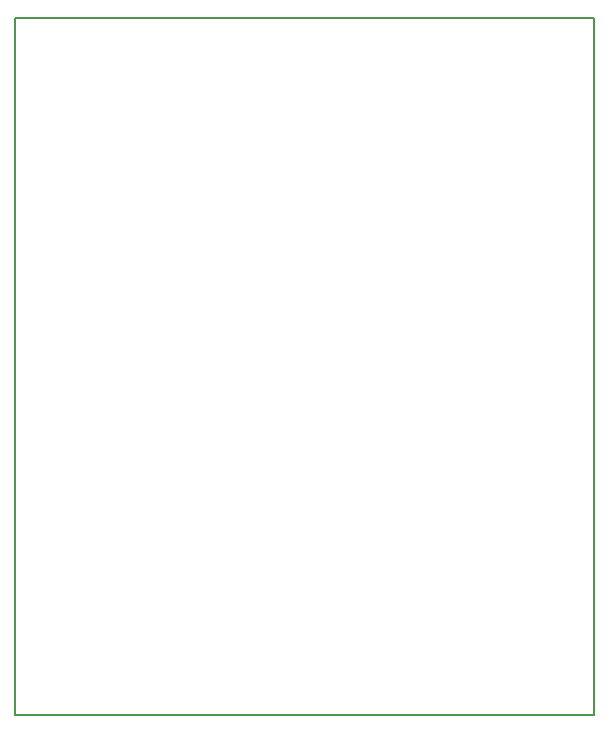
<source format=gbr>
G04 #@! TF.GenerationSoftware,KiCad,Pcbnew,(5.0.1)-3*
G04 #@! TF.CreationDate,2019-01-05T18:42:13-08:00*
G04 #@! TF.ProjectId,EScope-MSDAQ-2-INTANDAQ,4553636F70652D4D534441512D322D49,rev?*
G04 #@! TF.SameCoordinates,Original*
G04 #@! TF.FileFunction,Profile,NP*
%FSLAX46Y46*%
G04 Gerber Fmt 4.6, Leading zero omitted, Abs format (unit mm)*
G04 Created by KiCad (PCBNEW (5.0.1)-3) date 1/5/2019 6:42:13 PM*
%MOMM*%
%LPD*%
G01*
G04 APERTURE LIST*
%ADD10C,0.150000*%
G04 APERTURE END LIST*
D10*
X168023600Y-69633800D02*
X148023600Y-69633800D01*
X168023600Y-128633800D02*
X168023600Y-69633800D01*
X119023600Y-128633800D02*
X168023600Y-128633800D01*
X119023600Y-69633800D02*
X119023600Y-128633800D01*
X148023600Y-69633800D02*
X119023600Y-69633800D01*
M02*

</source>
